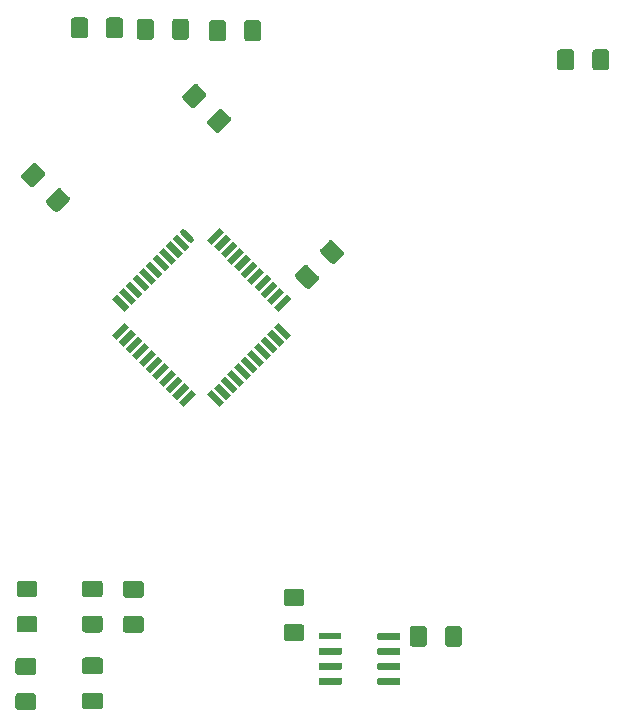
<source format=gbr>
%TF.GenerationSoftware,KiCad,Pcbnew,5.1.5-52549c5~84~ubuntu18.04.1*%
%TF.CreationDate,2020-01-27T10:34:20+01:00*%
%TF.ProjectId,sboxnet-modul,73626f78-6e65-4742-9d6d-6f64756c2e6b,rev?*%
%TF.SameCoordinates,Original*%
%TF.FileFunction,Paste,Top*%
%TF.FilePolarity,Positive*%
%FSLAX46Y46*%
G04 Gerber Fmt 4.6, Leading zero omitted, Abs format (unit mm)*
G04 Created by KiCad (PCBNEW 5.1.5-52549c5~84~ubuntu18.04.1) date 2020-01-27 10:34:20*
%MOMM*%
%LPD*%
G04 APERTURE LIST*
%ADD10C,0.100000*%
%ADD11C,0.550000*%
%ADD12R,1.950000X0.600000*%
G04 APERTURE END LIST*
D10*
G36*
X132222504Y-123408404D02*
G01*
X132246773Y-123412004D01*
X132270571Y-123417965D01*
X132293671Y-123426230D01*
X132315849Y-123436720D01*
X132336893Y-123449333D01*
X132356598Y-123463947D01*
X132374777Y-123480423D01*
X132391253Y-123498602D01*
X132405867Y-123518307D01*
X132418480Y-123539351D01*
X132428970Y-123561529D01*
X132437235Y-123584629D01*
X132443196Y-123608427D01*
X132446796Y-123632696D01*
X132448000Y-123657200D01*
X132448000Y-124907200D01*
X132446796Y-124931704D01*
X132443196Y-124955973D01*
X132437235Y-124979771D01*
X132428970Y-125002871D01*
X132418480Y-125025049D01*
X132405867Y-125046093D01*
X132391253Y-125065798D01*
X132374777Y-125083977D01*
X132356598Y-125100453D01*
X132336893Y-125115067D01*
X132315849Y-125127680D01*
X132293671Y-125138170D01*
X132270571Y-125146435D01*
X132246773Y-125152396D01*
X132222504Y-125155996D01*
X132198000Y-125157200D01*
X131273000Y-125157200D01*
X131248496Y-125155996D01*
X131224227Y-125152396D01*
X131200429Y-125146435D01*
X131177329Y-125138170D01*
X131155151Y-125127680D01*
X131134107Y-125115067D01*
X131114402Y-125100453D01*
X131096223Y-125083977D01*
X131079747Y-125065798D01*
X131065133Y-125046093D01*
X131052520Y-125025049D01*
X131042030Y-125002871D01*
X131033765Y-124979771D01*
X131027804Y-124955973D01*
X131024204Y-124931704D01*
X131023000Y-124907200D01*
X131023000Y-123657200D01*
X131024204Y-123632696D01*
X131027804Y-123608427D01*
X131033765Y-123584629D01*
X131042030Y-123561529D01*
X131052520Y-123539351D01*
X131065133Y-123518307D01*
X131079747Y-123498602D01*
X131096223Y-123480423D01*
X131114402Y-123463947D01*
X131134107Y-123449333D01*
X131155151Y-123436720D01*
X131177329Y-123426230D01*
X131200429Y-123417965D01*
X131224227Y-123412004D01*
X131248496Y-123408404D01*
X131273000Y-123407200D01*
X132198000Y-123407200D01*
X132222504Y-123408404D01*
G37*
G36*
X135197504Y-123408404D02*
G01*
X135221773Y-123412004D01*
X135245571Y-123417965D01*
X135268671Y-123426230D01*
X135290849Y-123436720D01*
X135311893Y-123449333D01*
X135331598Y-123463947D01*
X135349777Y-123480423D01*
X135366253Y-123498602D01*
X135380867Y-123518307D01*
X135393480Y-123539351D01*
X135403970Y-123561529D01*
X135412235Y-123584629D01*
X135418196Y-123608427D01*
X135421796Y-123632696D01*
X135423000Y-123657200D01*
X135423000Y-124907200D01*
X135421796Y-124931704D01*
X135418196Y-124955973D01*
X135412235Y-124979771D01*
X135403970Y-125002871D01*
X135393480Y-125025049D01*
X135380867Y-125046093D01*
X135366253Y-125065798D01*
X135349777Y-125083977D01*
X135331598Y-125100453D01*
X135311893Y-125115067D01*
X135290849Y-125127680D01*
X135268671Y-125138170D01*
X135245571Y-125146435D01*
X135221773Y-125152396D01*
X135197504Y-125155996D01*
X135173000Y-125157200D01*
X134248000Y-125157200D01*
X134223496Y-125155996D01*
X134199227Y-125152396D01*
X134175429Y-125146435D01*
X134152329Y-125138170D01*
X134130151Y-125127680D01*
X134109107Y-125115067D01*
X134089402Y-125100453D01*
X134071223Y-125083977D01*
X134054747Y-125065798D01*
X134040133Y-125046093D01*
X134027520Y-125025049D01*
X134017030Y-125002871D01*
X134008765Y-124979771D01*
X134002804Y-124955973D01*
X133999204Y-124931704D01*
X133998000Y-124907200D01*
X133998000Y-123657200D01*
X133999204Y-123632696D01*
X134002804Y-123608427D01*
X134008765Y-123584629D01*
X134017030Y-123561529D01*
X134027520Y-123539351D01*
X134040133Y-123518307D01*
X134054747Y-123498602D01*
X134071223Y-123480423D01*
X134089402Y-123463947D01*
X134109107Y-123449333D01*
X134130151Y-123436720D01*
X134152329Y-123426230D01*
X134175429Y-123417965D01*
X134199227Y-123412004D01*
X134223496Y-123408404D01*
X134248000Y-123407200D01*
X135173000Y-123407200D01*
X135197504Y-123408404D01*
G37*
G36*
X114251806Y-91122448D02*
G01*
X113862898Y-90733540D01*
X114923558Y-89672880D01*
X115312466Y-90061788D01*
X114251806Y-91122448D01*
G37*
G36*
X114817491Y-91688134D02*
G01*
X114428583Y-91299226D01*
X115489243Y-90238566D01*
X115878151Y-90627474D01*
X114817491Y-91688134D01*
G37*
G36*
X115383176Y-92253819D02*
G01*
X114994268Y-91864911D01*
X116054928Y-90804251D01*
X116443836Y-91193159D01*
X115383176Y-92253819D01*
G37*
G36*
X115948862Y-92819504D02*
G01*
X115559954Y-92430596D01*
X116620614Y-91369936D01*
X117009522Y-91758844D01*
X115948862Y-92819504D01*
G37*
G36*
X116514547Y-93385190D02*
G01*
X116125639Y-92996282D01*
X117186299Y-91935622D01*
X117575207Y-92324530D01*
X116514547Y-93385190D01*
G37*
G36*
X117080233Y-93950875D02*
G01*
X116691325Y-93561967D01*
X117751985Y-92501307D01*
X118140893Y-92890215D01*
X117080233Y-93950875D01*
G37*
G36*
X117645918Y-94516561D02*
G01*
X117257010Y-94127653D01*
X118317670Y-93066993D01*
X118706578Y-93455901D01*
X117645918Y-94516561D01*
G37*
G36*
X118211604Y-95082246D02*
G01*
X117822696Y-94693338D01*
X118883356Y-93632678D01*
X119272264Y-94021586D01*
X118211604Y-95082246D01*
G37*
G36*
X118777289Y-95647932D02*
G01*
X118388381Y-95259024D01*
X119449041Y-94198364D01*
X119837949Y-94587272D01*
X118777289Y-95647932D01*
G37*
G36*
X119342974Y-96213617D02*
G01*
X118954066Y-95824709D01*
X120014726Y-94764049D01*
X120403634Y-95152957D01*
X119342974Y-96213617D01*
G37*
G36*
X119908660Y-96779302D02*
G01*
X119519752Y-96390394D01*
X120580412Y-95329734D01*
X120969320Y-95718642D01*
X119908660Y-96779302D01*
G37*
G36*
X119519752Y-98122806D02*
G01*
X119908660Y-97733898D01*
X120969320Y-98794558D01*
X120580412Y-99183466D01*
X119519752Y-98122806D01*
G37*
G36*
X118954066Y-98688491D02*
G01*
X119342974Y-98299583D01*
X120403634Y-99360243D01*
X120014726Y-99749151D01*
X118954066Y-98688491D01*
G37*
G36*
X118388381Y-99254176D02*
G01*
X118777289Y-98865268D01*
X119837949Y-99925928D01*
X119449041Y-100314836D01*
X118388381Y-99254176D01*
G37*
G36*
X117822696Y-99819862D02*
G01*
X118211604Y-99430954D01*
X119272264Y-100491614D01*
X118883356Y-100880522D01*
X117822696Y-99819862D01*
G37*
G36*
X117257010Y-100385547D02*
G01*
X117645918Y-99996639D01*
X118706578Y-101057299D01*
X118317670Y-101446207D01*
X117257010Y-100385547D01*
G37*
G36*
X116691325Y-100951233D02*
G01*
X117080233Y-100562325D01*
X118140893Y-101622985D01*
X117751985Y-102011893D01*
X116691325Y-100951233D01*
G37*
G36*
X116125639Y-101516918D02*
G01*
X116514547Y-101128010D01*
X117575207Y-102188670D01*
X117186299Y-102577578D01*
X116125639Y-101516918D01*
G37*
G36*
X115559954Y-102082604D02*
G01*
X115948862Y-101693696D01*
X117009522Y-102754356D01*
X116620614Y-103143264D01*
X115559954Y-102082604D01*
G37*
G36*
X114994268Y-102648289D02*
G01*
X115383176Y-102259381D01*
X116443836Y-103320041D01*
X116054928Y-103708949D01*
X114994268Y-102648289D01*
G37*
G36*
X114428583Y-103213974D02*
G01*
X114817491Y-102825066D01*
X115878151Y-103885726D01*
X115489243Y-104274634D01*
X114428583Y-103213974D01*
G37*
G36*
X113862898Y-103779660D02*
G01*
X114251806Y-103390752D01*
X115312466Y-104451412D01*
X114923558Y-104840320D01*
X113862898Y-103779660D01*
G37*
G36*
X111847642Y-104840320D02*
G01*
X111458734Y-104451412D01*
X112519394Y-103390752D01*
X112908302Y-103779660D01*
X111847642Y-104840320D01*
G37*
G36*
X111281957Y-104274634D02*
G01*
X110893049Y-103885726D01*
X111953709Y-102825066D01*
X112342617Y-103213974D01*
X111281957Y-104274634D01*
G37*
G36*
X110716272Y-103708949D02*
G01*
X110327364Y-103320041D01*
X111388024Y-102259381D01*
X111776932Y-102648289D01*
X110716272Y-103708949D01*
G37*
G36*
X110150586Y-103143264D02*
G01*
X109761678Y-102754356D01*
X110822338Y-101693696D01*
X111211246Y-102082604D01*
X110150586Y-103143264D01*
G37*
G36*
X109584901Y-102577578D02*
G01*
X109195993Y-102188670D01*
X110256653Y-101128010D01*
X110645561Y-101516918D01*
X109584901Y-102577578D01*
G37*
G36*
X109019215Y-102011893D02*
G01*
X108630307Y-101622985D01*
X109690967Y-100562325D01*
X110079875Y-100951233D01*
X109019215Y-102011893D01*
G37*
G36*
X108453530Y-101446207D02*
G01*
X108064622Y-101057299D01*
X109125282Y-99996639D01*
X109514190Y-100385547D01*
X108453530Y-101446207D01*
G37*
G36*
X107887844Y-100880522D02*
G01*
X107498936Y-100491614D01*
X108559596Y-99430954D01*
X108948504Y-99819862D01*
X107887844Y-100880522D01*
G37*
G36*
X107322159Y-100314836D02*
G01*
X106933251Y-99925928D01*
X107993911Y-98865268D01*
X108382819Y-99254176D01*
X107322159Y-100314836D01*
G37*
G36*
X106756474Y-99749151D02*
G01*
X106367566Y-99360243D01*
X107428226Y-98299583D01*
X107817134Y-98688491D01*
X106756474Y-99749151D01*
G37*
G36*
X106190788Y-99183466D02*
G01*
X105801880Y-98794558D01*
X106862540Y-97733898D01*
X107251448Y-98122806D01*
X106190788Y-99183466D01*
G37*
G36*
X105801880Y-95718642D02*
G01*
X106190788Y-95329734D01*
X107251448Y-96390394D01*
X106862540Y-96779302D01*
X105801880Y-95718642D01*
G37*
G36*
X106367566Y-95152957D02*
G01*
X106756474Y-94764049D01*
X107817134Y-95824709D01*
X107428226Y-96213617D01*
X106367566Y-95152957D01*
G37*
G36*
X106933251Y-94587272D02*
G01*
X107322159Y-94198364D01*
X108382819Y-95259024D01*
X107993911Y-95647932D01*
X106933251Y-94587272D01*
G37*
G36*
X107498936Y-94021586D02*
G01*
X107887844Y-93632678D01*
X108948504Y-94693338D01*
X108559596Y-95082246D01*
X107498936Y-94021586D01*
G37*
G36*
X108064622Y-93455901D02*
G01*
X108453530Y-93066993D01*
X109514190Y-94127653D01*
X109125282Y-94516561D01*
X108064622Y-93455901D01*
G37*
G36*
X108630307Y-92890215D02*
G01*
X109019215Y-92501307D01*
X110079875Y-93561967D01*
X109690967Y-93950875D01*
X108630307Y-92890215D01*
G37*
G36*
X109195993Y-92324530D02*
G01*
X109584901Y-91935622D01*
X110645561Y-92996282D01*
X110256653Y-93385190D01*
X109195993Y-92324530D01*
G37*
G36*
X109761678Y-91758844D02*
G01*
X110150586Y-91369936D01*
X111211246Y-92430596D01*
X110822338Y-92819504D01*
X109761678Y-91758844D01*
G37*
G36*
X110327364Y-91193159D02*
G01*
X110716272Y-90804251D01*
X111776932Y-91864911D01*
X111388024Y-92253819D01*
X110327364Y-91193159D01*
G37*
G36*
X110893049Y-90627474D02*
G01*
X111281957Y-90238566D01*
X112342617Y-91299226D01*
X111953709Y-91688134D01*
X110893049Y-90627474D01*
G37*
D11*
X111847642Y-90061788D02*
X112519394Y-90733540D01*
D10*
G36*
X115011230Y-79604046D02*
G01*
X115035499Y-79607646D01*
X115059297Y-79613607D01*
X115082397Y-79621872D01*
X115104575Y-79632362D01*
X115125619Y-79644975D01*
X115145324Y-79659589D01*
X115163503Y-79676065D01*
X115817577Y-80330139D01*
X115834053Y-80348318D01*
X115848667Y-80368023D01*
X115861280Y-80389067D01*
X115871770Y-80411245D01*
X115880035Y-80434345D01*
X115885996Y-80458143D01*
X115889596Y-80482412D01*
X115890800Y-80506916D01*
X115889596Y-80531420D01*
X115885996Y-80555689D01*
X115880035Y-80579487D01*
X115871770Y-80602587D01*
X115861280Y-80624765D01*
X115848667Y-80645809D01*
X115834053Y-80665514D01*
X115817577Y-80683693D01*
X114933693Y-81567577D01*
X114915514Y-81584053D01*
X114895809Y-81598667D01*
X114874765Y-81611280D01*
X114852587Y-81621770D01*
X114829487Y-81630035D01*
X114805689Y-81635996D01*
X114781420Y-81639596D01*
X114756916Y-81640800D01*
X114732412Y-81639596D01*
X114708143Y-81635996D01*
X114684345Y-81630035D01*
X114661245Y-81621770D01*
X114639067Y-81611280D01*
X114618023Y-81598667D01*
X114598318Y-81584053D01*
X114580139Y-81567577D01*
X113926065Y-80913503D01*
X113909589Y-80895324D01*
X113894975Y-80875619D01*
X113882362Y-80854575D01*
X113871872Y-80832397D01*
X113863607Y-80809297D01*
X113857646Y-80785499D01*
X113854046Y-80761230D01*
X113852842Y-80736726D01*
X113854046Y-80712222D01*
X113857646Y-80687953D01*
X113863607Y-80664155D01*
X113871872Y-80641055D01*
X113882362Y-80618877D01*
X113894975Y-80597833D01*
X113909589Y-80578128D01*
X113926065Y-80559949D01*
X114809949Y-79676065D01*
X114828128Y-79659589D01*
X114847833Y-79644975D01*
X114868877Y-79632362D01*
X114891055Y-79621872D01*
X114914155Y-79613607D01*
X114937953Y-79607646D01*
X114962222Y-79604046D01*
X114986726Y-79602842D01*
X115011230Y-79604046D01*
G37*
G36*
X112907588Y-77500404D02*
G01*
X112931857Y-77504004D01*
X112955655Y-77509965D01*
X112978755Y-77518230D01*
X113000933Y-77528720D01*
X113021977Y-77541333D01*
X113041682Y-77555947D01*
X113059861Y-77572423D01*
X113713935Y-78226497D01*
X113730411Y-78244676D01*
X113745025Y-78264381D01*
X113757638Y-78285425D01*
X113768128Y-78307603D01*
X113776393Y-78330703D01*
X113782354Y-78354501D01*
X113785954Y-78378770D01*
X113787158Y-78403274D01*
X113785954Y-78427778D01*
X113782354Y-78452047D01*
X113776393Y-78475845D01*
X113768128Y-78498945D01*
X113757638Y-78521123D01*
X113745025Y-78542167D01*
X113730411Y-78561872D01*
X113713935Y-78580051D01*
X112830051Y-79463935D01*
X112811872Y-79480411D01*
X112792167Y-79495025D01*
X112771123Y-79507638D01*
X112748945Y-79518128D01*
X112725845Y-79526393D01*
X112702047Y-79532354D01*
X112677778Y-79535954D01*
X112653274Y-79537158D01*
X112628770Y-79535954D01*
X112604501Y-79532354D01*
X112580703Y-79526393D01*
X112557603Y-79518128D01*
X112535425Y-79507638D01*
X112514381Y-79495025D01*
X112494676Y-79480411D01*
X112476497Y-79463935D01*
X111822423Y-78809861D01*
X111805947Y-78791682D01*
X111791333Y-78771977D01*
X111778720Y-78750933D01*
X111768230Y-78728755D01*
X111759965Y-78705655D01*
X111754004Y-78681857D01*
X111750404Y-78657588D01*
X111749200Y-78633084D01*
X111750404Y-78608580D01*
X111754004Y-78584311D01*
X111759965Y-78560513D01*
X111768230Y-78537413D01*
X111778720Y-78515235D01*
X111791333Y-78494191D01*
X111805947Y-78474486D01*
X111822423Y-78456307D01*
X112706307Y-77572423D01*
X112724486Y-77555947D01*
X112744191Y-77541333D01*
X112765235Y-77528720D01*
X112787413Y-77518230D01*
X112810513Y-77509965D01*
X112834311Y-77504004D01*
X112858580Y-77500404D01*
X112883084Y-77499200D01*
X112907588Y-77500404D01*
G37*
G36*
X99257588Y-84220404D02*
G01*
X99281857Y-84224004D01*
X99305655Y-84229965D01*
X99328755Y-84238230D01*
X99350933Y-84248720D01*
X99371977Y-84261333D01*
X99391682Y-84275947D01*
X99409861Y-84292423D01*
X100063935Y-84946497D01*
X100080411Y-84964676D01*
X100095025Y-84984381D01*
X100107638Y-85005425D01*
X100118128Y-85027603D01*
X100126393Y-85050703D01*
X100132354Y-85074501D01*
X100135954Y-85098770D01*
X100137158Y-85123274D01*
X100135954Y-85147778D01*
X100132354Y-85172047D01*
X100126393Y-85195845D01*
X100118128Y-85218945D01*
X100107638Y-85241123D01*
X100095025Y-85262167D01*
X100080411Y-85281872D01*
X100063935Y-85300051D01*
X99180051Y-86183935D01*
X99161872Y-86200411D01*
X99142167Y-86215025D01*
X99121123Y-86227638D01*
X99098945Y-86238128D01*
X99075845Y-86246393D01*
X99052047Y-86252354D01*
X99027778Y-86255954D01*
X99003274Y-86257158D01*
X98978770Y-86255954D01*
X98954501Y-86252354D01*
X98930703Y-86246393D01*
X98907603Y-86238128D01*
X98885425Y-86227638D01*
X98864381Y-86215025D01*
X98844676Y-86200411D01*
X98826497Y-86183935D01*
X98172423Y-85529861D01*
X98155947Y-85511682D01*
X98141333Y-85491977D01*
X98128720Y-85470933D01*
X98118230Y-85448755D01*
X98109965Y-85425655D01*
X98104004Y-85401857D01*
X98100404Y-85377588D01*
X98099200Y-85353084D01*
X98100404Y-85328580D01*
X98104004Y-85304311D01*
X98109965Y-85280513D01*
X98118230Y-85257413D01*
X98128720Y-85235235D01*
X98141333Y-85214191D01*
X98155947Y-85194486D01*
X98172423Y-85176307D01*
X99056307Y-84292423D01*
X99074486Y-84275947D01*
X99094191Y-84261333D01*
X99115235Y-84248720D01*
X99137413Y-84238230D01*
X99160513Y-84229965D01*
X99184311Y-84224004D01*
X99208580Y-84220404D01*
X99233084Y-84219200D01*
X99257588Y-84220404D01*
G37*
G36*
X101361230Y-86324046D02*
G01*
X101385499Y-86327646D01*
X101409297Y-86333607D01*
X101432397Y-86341872D01*
X101454575Y-86352362D01*
X101475619Y-86364975D01*
X101495324Y-86379589D01*
X101513503Y-86396065D01*
X102167577Y-87050139D01*
X102184053Y-87068318D01*
X102198667Y-87088023D01*
X102211280Y-87109067D01*
X102221770Y-87131245D01*
X102230035Y-87154345D01*
X102235996Y-87178143D01*
X102239596Y-87202412D01*
X102240800Y-87226916D01*
X102239596Y-87251420D01*
X102235996Y-87275689D01*
X102230035Y-87299487D01*
X102221770Y-87322587D01*
X102211280Y-87344765D01*
X102198667Y-87365809D01*
X102184053Y-87385514D01*
X102167577Y-87403693D01*
X101283693Y-88287577D01*
X101265514Y-88304053D01*
X101245809Y-88318667D01*
X101224765Y-88331280D01*
X101202587Y-88341770D01*
X101179487Y-88350035D01*
X101155689Y-88355996D01*
X101131420Y-88359596D01*
X101106916Y-88360800D01*
X101082412Y-88359596D01*
X101058143Y-88355996D01*
X101034345Y-88350035D01*
X101011245Y-88341770D01*
X100989067Y-88331280D01*
X100968023Y-88318667D01*
X100948318Y-88304053D01*
X100930139Y-88287577D01*
X100276065Y-87633503D01*
X100259589Y-87615324D01*
X100244975Y-87595619D01*
X100232362Y-87574575D01*
X100221872Y-87552397D01*
X100213607Y-87529297D01*
X100207646Y-87505499D01*
X100204046Y-87481230D01*
X100202842Y-87456726D01*
X100204046Y-87432222D01*
X100207646Y-87407953D01*
X100213607Y-87384155D01*
X100221872Y-87361055D01*
X100232362Y-87338877D01*
X100244975Y-87317833D01*
X100259589Y-87298128D01*
X100276065Y-87279949D01*
X101159949Y-86396065D01*
X101178128Y-86379589D01*
X101197833Y-86364975D01*
X101218877Y-86352362D01*
X101241055Y-86341872D01*
X101264155Y-86333607D01*
X101287953Y-86327646D01*
X101312222Y-86324046D01*
X101336726Y-86322842D01*
X101361230Y-86324046D01*
G37*
G36*
X103533204Y-71884504D02*
G01*
X103557473Y-71888104D01*
X103581271Y-71894065D01*
X103604371Y-71902330D01*
X103626549Y-71912820D01*
X103647593Y-71925433D01*
X103667298Y-71940047D01*
X103685477Y-71956523D01*
X103701953Y-71974702D01*
X103716567Y-71994407D01*
X103729180Y-72015451D01*
X103739670Y-72037629D01*
X103747935Y-72060729D01*
X103753896Y-72084527D01*
X103757496Y-72108796D01*
X103758700Y-72133300D01*
X103758700Y-73383300D01*
X103757496Y-73407804D01*
X103753896Y-73432073D01*
X103747935Y-73455871D01*
X103739670Y-73478971D01*
X103729180Y-73501149D01*
X103716567Y-73522193D01*
X103701953Y-73541898D01*
X103685477Y-73560077D01*
X103667298Y-73576553D01*
X103647593Y-73591167D01*
X103626549Y-73603780D01*
X103604371Y-73614270D01*
X103581271Y-73622535D01*
X103557473Y-73628496D01*
X103533204Y-73632096D01*
X103508700Y-73633300D01*
X102583700Y-73633300D01*
X102559196Y-73632096D01*
X102534927Y-73628496D01*
X102511129Y-73622535D01*
X102488029Y-73614270D01*
X102465851Y-73603780D01*
X102444807Y-73591167D01*
X102425102Y-73576553D01*
X102406923Y-73560077D01*
X102390447Y-73541898D01*
X102375833Y-73522193D01*
X102363220Y-73501149D01*
X102352730Y-73478971D01*
X102344465Y-73455871D01*
X102338504Y-73432073D01*
X102334904Y-73407804D01*
X102333700Y-73383300D01*
X102333700Y-72133300D01*
X102334904Y-72108796D01*
X102338504Y-72084527D01*
X102344465Y-72060729D01*
X102352730Y-72037629D01*
X102363220Y-72015451D01*
X102375833Y-71994407D01*
X102390447Y-71974702D01*
X102406923Y-71956523D01*
X102425102Y-71940047D01*
X102444807Y-71925433D01*
X102465851Y-71912820D01*
X102488029Y-71902330D01*
X102511129Y-71894065D01*
X102534927Y-71888104D01*
X102559196Y-71884504D01*
X102583700Y-71883300D01*
X103508700Y-71883300D01*
X103533204Y-71884504D01*
G37*
G36*
X106508204Y-71884504D02*
G01*
X106532473Y-71888104D01*
X106556271Y-71894065D01*
X106579371Y-71902330D01*
X106601549Y-71912820D01*
X106622593Y-71925433D01*
X106642298Y-71940047D01*
X106660477Y-71956523D01*
X106676953Y-71974702D01*
X106691567Y-71994407D01*
X106704180Y-72015451D01*
X106714670Y-72037629D01*
X106722935Y-72060729D01*
X106728896Y-72084527D01*
X106732496Y-72108796D01*
X106733700Y-72133300D01*
X106733700Y-73383300D01*
X106732496Y-73407804D01*
X106728896Y-73432073D01*
X106722935Y-73455871D01*
X106714670Y-73478971D01*
X106704180Y-73501149D01*
X106691567Y-73522193D01*
X106676953Y-73541898D01*
X106660477Y-73560077D01*
X106642298Y-73576553D01*
X106622593Y-73591167D01*
X106601549Y-73603780D01*
X106579371Y-73614270D01*
X106556271Y-73622535D01*
X106532473Y-73628496D01*
X106508204Y-73632096D01*
X106483700Y-73633300D01*
X105558700Y-73633300D01*
X105534196Y-73632096D01*
X105509927Y-73628496D01*
X105486129Y-73622535D01*
X105463029Y-73614270D01*
X105440851Y-73603780D01*
X105419807Y-73591167D01*
X105400102Y-73576553D01*
X105381923Y-73560077D01*
X105365447Y-73541898D01*
X105350833Y-73522193D01*
X105338220Y-73501149D01*
X105327730Y-73478971D01*
X105319465Y-73455871D01*
X105313504Y-73432073D01*
X105309904Y-73407804D01*
X105308700Y-73383300D01*
X105308700Y-72133300D01*
X105309904Y-72108796D01*
X105313504Y-72084527D01*
X105319465Y-72060729D01*
X105327730Y-72037629D01*
X105338220Y-72015451D01*
X105350833Y-71994407D01*
X105365447Y-71974702D01*
X105381923Y-71956523D01*
X105400102Y-71940047D01*
X105419807Y-71925433D01*
X105440851Y-71912820D01*
X105463029Y-71902330D01*
X105486129Y-71894065D01*
X105509927Y-71888104D01*
X105534196Y-71884504D01*
X105558700Y-71883300D01*
X106483700Y-71883300D01*
X106508204Y-71884504D01*
G37*
G36*
X130086103Y-123982922D02*
G01*
X130100664Y-123985082D01*
X130114943Y-123988659D01*
X130128803Y-123993618D01*
X130142110Y-123999912D01*
X130154736Y-124007480D01*
X130166559Y-124016248D01*
X130177466Y-124026134D01*
X130187352Y-124037041D01*
X130196120Y-124048864D01*
X130203688Y-124061490D01*
X130209982Y-124074797D01*
X130214941Y-124088657D01*
X130218518Y-124102936D01*
X130220678Y-124117497D01*
X130221400Y-124132200D01*
X130221400Y-124432200D01*
X130220678Y-124446903D01*
X130218518Y-124461464D01*
X130214941Y-124475743D01*
X130209982Y-124489603D01*
X130203688Y-124502910D01*
X130196120Y-124515536D01*
X130187352Y-124527359D01*
X130177466Y-124538266D01*
X130166559Y-124548152D01*
X130154736Y-124556920D01*
X130142110Y-124564488D01*
X130128803Y-124570782D01*
X130114943Y-124575741D01*
X130100664Y-124579318D01*
X130086103Y-124581478D01*
X130071400Y-124582200D01*
X128421400Y-124582200D01*
X128406697Y-124581478D01*
X128392136Y-124579318D01*
X128377857Y-124575741D01*
X128363997Y-124570782D01*
X128350690Y-124564488D01*
X128338064Y-124556920D01*
X128326241Y-124548152D01*
X128315334Y-124538266D01*
X128305448Y-124527359D01*
X128296680Y-124515536D01*
X128289112Y-124502910D01*
X128282818Y-124489603D01*
X128277859Y-124475743D01*
X128274282Y-124461464D01*
X128272122Y-124446903D01*
X128271400Y-124432200D01*
X128271400Y-124132200D01*
X128272122Y-124117497D01*
X128274282Y-124102936D01*
X128277859Y-124088657D01*
X128282818Y-124074797D01*
X128289112Y-124061490D01*
X128296680Y-124048864D01*
X128305448Y-124037041D01*
X128315334Y-124026134D01*
X128326241Y-124016248D01*
X128338064Y-124007480D01*
X128350690Y-123999912D01*
X128363997Y-123993618D01*
X128377857Y-123988659D01*
X128392136Y-123985082D01*
X128406697Y-123982922D01*
X128421400Y-123982200D01*
X130071400Y-123982200D01*
X130086103Y-123982922D01*
G37*
G36*
X130086103Y-125252922D02*
G01*
X130100664Y-125255082D01*
X130114943Y-125258659D01*
X130128803Y-125263618D01*
X130142110Y-125269912D01*
X130154736Y-125277480D01*
X130166559Y-125286248D01*
X130177466Y-125296134D01*
X130187352Y-125307041D01*
X130196120Y-125318864D01*
X130203688Y-125331490D01*
X130209982Y-125344797D01*
X130214941Y-125358657D01*
X130218518Y-125372936D01*
X130220678Y-125387497D01*
X130221400Y-125402200D01*
X130221400Y-125702200D01*
X130220678Y-125716903D01*
X130218518Y-125731464D01*
X130214941Y-125745743D01*
X130209982Y-125759603D01*
X130203688Y-125772910D01*
X130196120Y-125785536D01*
X130187352Y-125797359D01*
X130177466Y-125808266D01*
X130166559Y-125818152D01*
X130154736Y-125826920D01*
X130142110Y-125834488D01*
X130128803Y-125840782D01*
X130114943Y-125845741D01*
X130100664Y-125849318D01*
X130086103Y-125851478D01*
X130071400Y-125852200D01*
X128421400Y-125852200D01*
X128406697Y-125851478D01*
X128392136Y-125849318D01*
X128377857Y-125845741D01*
X128363997Y-125840782D01*
X128350690Y-125834488D01*
X128338064Y-125826920D01*
X128326241Y-125818152D01*
X128315334Y-125808266D01*
X128305448Y-125797359D01*
X128296680Y-125785536D01*
X128289112Y-125772910D01*
X128282818Y-125759603D01*
X128277859Y-125745743D01*
X128274282Y-125731464D01*
X128272122Y-125716903D01*
X128271400Y-125702200D01*
X128271400Y-125402200D01*
X128272122Y-125387497D01*
X128274282Y-125372936D01*
X128277859Y-125358657D01*
X128282818Y-125344797D01*
X128289112Y-125331490D01*
X128296680Y-125318864D01*
X128305448Y-125307041D01*
X128315334Y-125296134D01*
X128326241Y-125286248D01*
X128338064Y-125277480D01*
X128350690Y-125269912D01*
X128363997Y-125263618D01*
X128377857Y-125258659D01*
X128392136Y-125255082D01*
X128406697Y-125252922D01*
X128421400Y-125252200D01*
X130071400Y-125252200D01*
X130086103Y-125252922D01*
G37*
G36*
X130086103Y-126522922D02*
G01*
X130100664Y-126525082D01*
X130114943Y-126528659D01*
X130128803Y-126533618D01*
X130142110Y-126539912D01*
X130154736Y-126547480D01*
X130166559Y-126556248D01*
X130177466Y-126566134D01*
X130187352Y-126577041D01*
X130196120Y-126588864D01*
X130203688Y-126601490D01*
X130209982Y-126614797D01*
X130214941Y-126628657D01*
X130218518Y-126642936D01*
X130220678Y-126657497D01*
X130221400Y-126672200D01*
X130221400Y-126972200D01*
X130220678Y-126986903D01*
X130218518Y-127001464D01*
X130214941Y-127015743D01*
X130209982Y-127029603D01*
X130203688Y-127042910D01*
X130196120Y-127055536D01*
X130187352Y-127067359D01*
X130177466Y-127078266D01*
X130166559Y-127088152D01*
X130154736Y-127096920D01*
X130142110Y-127104488D01*
X130128803Y-127110782D01*
X130114943Y-127115741D01*
X130100664Y-127119318D01*
X130086103Y-127121478D01*
X130071400Y-127122200D01*
X128421400Y-127122200D01*
X128406697Y-127121478D01*
X128392136Y-127119318D01*
X128377857Y-127115741D01*
X128363997Y-127110782D01*
X128350690Y-127104488D01*
X128338064Y-127096920D01*
X128326241Y-127088152D01*
X128315334Y-127078266D01*
X128305448Y-127067359D01*
X128296680Y-127055536D01*
X128289112Y-127042910D01*
X128282818Y-127029603D01*
X128277859Y-127015743D01*
X128274282Y-127001464D01*
X128272122Y-126986903D01*
X128271400Y-126972200D01*
X128271400Y-126672200D01*
X128272122Y-126657497D01*
X128274282Y-126642936D01*
X128277859Y-126628657D01*
X128282818Y-126614797D01*
X128289112Y-126601490D01*
X128296680Y-126588864D01*
X128305448Y-126577041D01*
X128315334Y-126566134D01*
X128326241Y-126556248D01*
X128338064Y-126547480D01*
X128350690Y-126539912D01*
X128363997Y-126533618D01*
X128377857Y-126528659D01*
X128392136Y-126525082D01*
X128406697Y-126522922D01*
X128421400Y-126522200D01*
X130071400Y-126522200D01*
X130086103Y-126522922D01*
G37*
G36*
X130086103Y-127792922D02*
G01*
X130100664Y-127795082D01*
X130114943Y-127798659D01*
X130128803Y-127803618D01*
X130142110Y-127809912D01*
X130154736Y-127817480D01*
X130166559Y-127826248D01*
X130177466Y-127836134D01*
X130187352Y-127847041D01*
X130196120Y-127858864D01*
X130203688Y-127871490D01*
X130209982Y-127884797D01*
X130214941Y-127898657D01*
X130218518Y-127912936D01*
X130220678Y-127927497D01*
X130221400Y-127942200D01*
X130221400Y-128242200D01*
X130220678Y-128256903D01*
X130218518Y-128271464D01*
X130214941Y-128285743D01*
X130209982Y-128299603D01*
X130203688Y-128312910D01*
X130196120Y-128325536D01*
X130187352Y-128337359D01*
X130177466Y-128348266D01*
X130166559Y-128358152D01*
X130154736Y-128366920D01*
X130142110Y-128374488D01*
X130128803Y-128380782D01*
X130114943Y-128385741D01*
X130100664Y-128389318D01*
X130086103Y-128391478D01*
X130071400Y-128392200D01*
X128421400Y-128392200D01*
X128406697Y-128391478D01*
X128392136Y-128389318D01*
X128377857Y-128385741D01*
X128363997Y-128380782D01*
X128350690Y-128374488D01*
X128338064Y-128366920D01*
X128326241Y-128358152D01*
X128315334Y-128348266D01*
X128305448Y-128337359D01*
X128296680Y-128325536D01*
X128289112Y-128312910D01*
X128282818Y-128299603D01*
X128277859Y-128285743D01*
X128274282Y-128271464D01*
X128272122Y-128256903D01*
X128271400Y-128242200D01*
X128271400Y-127942200D01*
X128272122Y-127927497D01*
X128274282Y-127912936D01*
X128277859Y-127898657D01*
X128282818Y-127884797D01*
X128289112Y-127871490D01*
X128296680Y-127858864D01*
X128305448Y-127847041D01*
X128315334Y-127836134D01*
X128326241Y-127826248D01*
X128338064Y-127817480D01*
X128350690Y-127809912D01*
X128363997Y-127803618D01*
X128377857Y-127798659D01*
X128392136Y-127795082D01*
X128406697Y-127792922D01*
X128421400Y-127792200D01*
X130071400Y-127792200D01*
X130086103Y-127792922D01*
G37*
G36*
X125136103Y-127792922D02*
G01*
X125150664Y-127795082D01*
X125164943Y-127798659D01*
X125178803Y-127803618D01*
X125192110Y-127809912D01*
X125204736Y-127817480D01*
X125216559Y-127826248D01*
X125227466Y-127836134D01*
X125237352Y-127847041D01*
X125246120Y-127858864D01*
X125253688Y-127871490D01*
X125259982Y-127884797D01*
X125264941Y-127898657D01*
X125268518Y-127912936D01*
X125270678Y-127927497D01*
X125271400Y-127942200D01*
X125271400Y-128242200D01*
X125270678Y-128256903D01*
X125268518Y-128271464D01*
X125264941Y-128285743D01*
X125259982Y-128299603D01*
X125253688Y-128312910D01*
X125246120Y-128325536D01*
X125237352Y-128337359D01*
X125227466Y-128348266D01*
X125216559Y-128358152D01*
X125204736Y-128366920D01*
X125192110Y-128374488D01*
X125178803Y-128380782D01*
X125164943Y-128385741D01*
X125150664Y-128389318D01*
X125136103Y-128391478D01*
X125121400Y-128392200D01*
X123471400Y-128392200D01*
X123456697Y-128391478D01*
X123442136Y-128389318D01*
X123427857Y-128385741D01*
X123413997Y-128380782D01*
X123400690Y-128374488D01*
X123388064Y-128366920D01*
X123376241Y-128358152D01*
X123365334Y-128348266D01*
X123355448Y-128337359D01*
X123346680Y-128325536D01*
X123339112Y-128312910D01*
X123332818Y-128299603D01*
X123327859Y-128285743D01*
X123324282Y-128271464D01*
X123322122Y-128256903D01*
X123321400Y-128242200D01*
X123321400Y-127942200D01*
X123322122Y-127927497D01*
X123324282Y-127912936D01*
X123327859Y-127898657D01*
X123332818Y-127884797D01*
X123339112Y-127871490D01*
X123346680Y-127858864D01*
X123355448Y-127847041D01*
X123365334Y-127836134D01*
X123376241Y-127826248D01*
X123388064Y-127817480D01*
X123400690Y-127809912D01*
X123413997Y-127803618D01*
X123427857Y-127798659D01*
X123442136Y-127795082D01*
X123456697Y-127792922D01*
X123471400Y-127792200D01*
X125121400Y-127792200D01*
X125136103Y-127792922D01*
G37*
G36*
X125136103Y-126522922D02*
G01*
X125150664Y-126525082D01*
X125164943Y-126528659D01*
X125178803Y-126533618D01*
X125192110Y-126539912D01*
X125204736Y-126547480D01*
X125216559Y-126556248D01*
X125227466Y-126566134D01*
X125237352Y-126577041D01*
X125246120Y-126588864D01*
X125253688Y-126601490D01*
X125259982Y-126614797D01*
X125264941Y-126628657D01*
X125268518Y-126642936D01*
X125270678Y-126657497D01*
X125271400Y-126672200D01*
X125271400Y-126972200D01*
X125270678Y-126986903D01*
X125268518Y-127001464D01*
X125264941Y-127015743D01*
X125259982Y-127029603D01*
X125253688Y-127042910D01*
X125246120Y-127055536D01*
X125237352Y-127067359D01*
X125227466Y-127078266D01*
X125216559Y-127088152D01*
X125204736Y-127096920D01*
X125192110Y-127104488D01*
X125178803Y-127110782D01*
X125164943Y-127115741D01*
X125150664Y-127119318D01*
X125136103Y-127121478D01*
X125121400Y-127122200D01*
X123471400Y-127122200D01*
X123456697Y-127121478D01*
X123442136Y-127119318D01*
X123427857Y-127115741D01*
X123413997Y-127110782D01*
X123400690Y-127104488D01*
X123388064Y-127096920D01*
X123376241Y-127088152D01*
X123365334Y-127078266D01*
X123355448Y-127067359D01*
X123346680Y-127055536D01*
X123339112Y-127042910D01*
X123332818Y-127029603D01*
X123327859Y-127015743D01*
X123324282Y-127001464D01*
X123322122Y-126986903D01*
X123321400Y-126972200D01*
X123321400Y-126672200D01*
X123322122Y-126657497D01*
X123324282Y-126642936D01*
X123327859Y-126628657D01*
X123332818Y-126614797D01*
X123339112Y-126601490D01*
X123346680Y-126588864D01*
X123355448Y-126577041D01*
X123365334Y-126566134D01*
X123376241Y-126556248D01*
X123388064Y-126547480D01*
X123400690Y-126539912D01*
X123413997Y-126533618D01*
X123427857Y-126528659D01*
X123442136Y-126525082D01*
X123456697Y-126522922D01*
X123471400Y-126522200D01*
X125121400Y-126522200D01*
X125136103Y-126522922D01*
G37*
G36*
X125136103Y-125252922D02*
G01*
X125150664Y-125255082D01*
X125164943Y-125258659D01*
X125178803Y-125263618D01*
X125192110Y-125269912D01*
X125204736Y-125277480D01*
X125216559Y-125286248D01*
X125227466Y-125296134D01*
X125237352Y-125307041D01*
X125246120Y-125318864D01*
X125253688Y-125331490D01*
X125259982Y-125344797D01*
X125264941Y-125358657D01*
X125268518Y-125372936D01*
X125270678Y-125387497D01*
X125271400Y-125402200D01*
X125271400Y-125702200D01*
X125270678Y-125716903D01*
X125268518Y-125731464D01*
X125264941Y-125745743D01*
X125259982Y-125759603D01*
X125253688Y-125772910D01*
X125246120Y-125785536D01*
X125237352Y-125797359D01*
X125227466Y-125808266D01*
X125216559Y-125818152D01*
X125204736Y-125826920D01*
X125192110Y-125834488D01*
X125178803Y-125840782D01*
X125164943Y-125845741D01*
X125150664Y-125849318D01*
X125136103Y-125851478D01*
X125121400Y-125852200D01*
X123471400Y-125852200D01*
X123456697Y-125851478D01*
X123442136Y-125849318D01*
X123427857Y-125845741D01*
X123413997Y-125840782D01*
X123400690Y-125834488D01*
X123388064Y-125826920D01*
X123376241Y-125818152D01*
X123365334Y-125808266D01*
X123355448Y-125797359D01*
X123346680Y-125785536D01*
X123339112Y-125772910D01*
X123332818Y-125759603D01*
X123327859Y-125745743D01*
X123324282Y-125731464D01*
X123322122Y-125716903D01*
X123321400Y-125702200D01*
X123321400Y-125402200D01*
X123322122Y-125387497D01*
X123324282Y-125372936D01*
X123327859Y-125358657D01*
X123332818Y-125344797D01*
X123339112Y-125331490D01*
X123346680Y-125318864D01*
X123355448Y-125307041D01*
X123365334Y-125296134D01*
X123376241Y-125286248D01*
X123388064Y-125277480D01*
X123400690Y-125269912D01*
X123413997Y-125263618D01*
X123427857Y-125258659D01*
X123442136Y-125255082D01*
X123456697Y-125252922D01*
X123471400Y-125252200D01*
X125121400Y-125252200D01*
X125136103Y-125252922D01*
G37*
D12*
X124296400Y-124282200D03*
D10*
G36*
X122237778Y-92824046D02*
G01*
X122262047Y-92827646D01*
X122285845Y-92833607D01*
X122308945Y-92841872D01*
X122331123Y-92852362D01*
X122352167Y-92864975D01*
X122371872Y-92879589D01*
X122390051Y-92896065D01*
X123273935Y-93779949D01*
X123290411Y-93798128D01*
X123305025Y-93817833D01*
X123317638Y-93838877D01*
X123328128Y-93861055D01*
X123336393Y-93884155D01*
X123342354Y-93907953D01*
X123345954Y-93932222D01*
X123347158Y-93956726D01*
X123345954Y-93981230D01*
X123342354Y-94005499D01*
X123336393Y-94029297D01*
X123328128Y-94052397D01*
X123317638Y-94074575D01*
X123305025Y-94095619D01*
X123290411Y-94115324D01*
X123273935Y-94133503D01*
X122619861Y-94787577D01*
X122601682Y-94804053D01*
X122581977Y-94818667D01*
X122560933Y-94831280D01*
X122538755Y-94841770D01*
X122515655Y-94850035D01*
X122491857Y-94855996D01*
X122467588Y-94859596D01*
X122443084Y-94860800D01*
X122418580Y-94859596D01*
X122394311Y-94855996D01*
X122370513Y-94850035D01*
X122347413Y-94841770D01*
X122325235Y-94831280D01*
X122304191Y-94818667D01*
X122284486Y-94804053D01*
X122266307Y-94787577D01*
X121382423Y-93903693D01*
X121365947Y-93885514D01*
X121351333Y-93865809D01*
X121338720Y-93844765D01*
X121328230Y-93822587D01*
X121319965Y-93799487D01*
X121314004Y-93775689D01*
X121310404Y-93751420D01*
X121309200Y-93726916D01*
X121310404Y-93702412D01*
X121314004Y-93678143D01*
X121319965Y-93654345D01*
X121328230Y-93631245D01*
X121338720Y-93609067D01*
X121351333Y-93588023D01*
X121365947Y-93568318D01*
X121382423Y-93550139D01*
X122036497Y-92896065D01*
X122054676Y-92879589D01*
X122074381Y-92864975D01*
X122095425Y-92852362D01*
X122117603Y-92841872D01*
X122140703Y-92833607D01*
X122164501Y-92827646D01*
X122188770Y-92824046D01*
X122213274Y-92822842D01*
X122237778Y-92824046D01*
G37*
G36*
X124341420Y-90720404D02*
G01*
X124365689Y-90724004D01*
X124389487Y-90729965D01*
X124412587Y-90738230D01*
X124434765Y-90748720D01*
X124455809Y-90761333D01*
X124475514Y-90775947D01*
X124493693Y-90792423D01*
X125377577Y-91676307D01*
X125394053Y-91694486D01*
X125408667Y-91714191D01*
X125421280Y-91735235D01*
X125431770Y-91757413D01*
X125440035Y-91780513D01*
X125445996Y-91804311D01*
X125449596Y-91828580D01*
X125450800Y-91853084D01*
X125449596Y-91877588D01*
X125445996Y-91901857D01*
X125440035Y-91925655D01*
X125431770Y-91948755D01*
X125421280Y-91970933D01*
X125408667Y-91991977D01*
X125394053Y-92011682D01*
X125377577Y-92029861D01*
X124723503Y-92683935D01*
X124705324Y-92700411D01*
X124685619Y-92715025D01*
X124664575Y-92727638D01*
X124642397Y-92738128D01*
X124619297Y-92746393D01*
X124595499Y-92752354D01*
X124571230Y-92755954D01*
X124546726Y-92757158D01*
X124522222Y-92755954D01*
X124497953Y-92752354D01*
X124474155Y-92746393D01*
X124451055Y-92738128D01*
X124428877Y-92727638D01*
X124407833Y-92715025D01*
X124388128Y-92700411D01*
X124369949Y-92683935D01*
X123486065Y-91800051D01*
X123469589Y-91781872D01*
X123454975Y-91762167D01*
X123442362Y-91741123D01*
X123431872Y-91718945D01*
X123423607Y-91695845D01*
X123417646Y-91672047D01*
X123414046Y-91647778D01*
X123412842Y-91623274D01*
X123414046Y-91598770D01*
X123417646Y-91574501D01*
X123423607Y-91550703D01*
X123431872Y-91527603D01*
X123442362Y-91505425D01*
X123454975Y-91484381D01*
X123469589Y-91464676D01*
X123486065Y-91446497D01*
X124140139Y-90792423D01*
X124158318Y-90775947D01*
X124178023Y-90761333D01*
X124199067Y-90748720D01*
X124221245Y-90738230D01*
X124244345Y-90729965D01*
X124268143Y-90724004D01*
X124292412Y-90720404D01*
X124316916Y-90719200D01*
X124341420Y-90720404D01*
G37*
G36*
X108256604Y-119583104D02*
G01*
X108280873Y-119586704D01*
X108304671Y-119592665D01*
X108327771Y-119600930D01*
X108349949Y-119611420D01*
X108370993Y-119624033D01*
X108390698Y-119638647D01*
X108408877Y-119655123D01*
X108425353Y-119673302D01*
X108439967Y-119693007D01*
X108452580Y-119714051D01*
X108463070Y-119736229D01*
X108471335Y-119759329D01*
X108477296Y-119783127D01*
X108480896Y-119807396D01*
X108482100Y-119831900D01*
X108482100Y-120756900D01*
X108480896Y-120781404D01*
X108477296Y-120805673D01*
X108471335Y-120829471D01*
X108463070Y-120852571D01*
X108452580Y-120874749D01*
X108439967Y-120895793D01*
X108425353Y-120915498D01*
X108408877Y-120933677D01*
X108390698Y-120950153D01*
X108370993Y-120964767D01*
X108349949Y-120977380D01*
X108327771Y-120987870D01*
X108304671Y-120996135D01*
X108280873Y-121002096D01*
X108256604Y-121005696D01*
X108232100Y-121006900D01*
X106982100Y-121006900D01*
X106957596Y-121005696D01*
X106933327Y-121002096D01*
X106909529Y-120996135D01*
X106886429Y-120987870D01*
X106864251Y-120977380D01*
X106843207Y-120964767D01*
X106823502Y-120950153D01*
X106805323Y-120933677D01*
X106788847Y-120915498D01*
X106774233Y-120895793D01*
X106761620Y-120874749D01*
X106751130Y-120852571D01*
X106742865Y-120829471D01*
X106736904Y-120805673D01*
X106733304Y-120781404D01*
X106732100Y-120756900D01*
X106732100Y-119831900D01*
X106733304Y-119807396D01*
X106736904Y-119783127D01*
X106742865Y-119759329D01*
X106751130Y-119736229D01*
X106761620Y-119714051D01*
X106774233Y-119693007D01*
X106788847Y-119673302D01*
X106805323Y-119655123D01*
X106823502Y-119638647D01*
X106843207Y-119624033D01*
X106864251Y-119611420D01*
X106886429Y-119600930D01*
X106909529Y-119592665D01*
X106933327Y-119586704D01*
X106957596Y-119583104D01*
X106982100Y-119581900D01*
X108232100Y-119581900D01*
X108256604Y-119583104D01*
G37*
G36*
X108256604Y-122558104D02*
G01*
X108280873Y-122561704D01*
X108304671Y-122567665D01*
X108327771Y-122575930D01*
X108349949Y-122586420D01*
X108370993Y-122599033D01*
X108390698Y-122613647D01*
X108408877Y-122630123D01*
X108425353Y-122648302D01*
X108439967Y-122668007D01*
X108452580Y-122689051D01*
X108463070Y-122711229D01*
X108471335Y-122734329D01*
X108477296Y-122758127D01*
X108480896Y-122782396D01*
X108482100Y-122806900D01*
X108482100Y-123731900D01*
X108480896Y-123756404D01*
X108477296Y-123780673D01*
X108471335Y-123804471D01*
X108463070Y-123827571D01*
X108452580Y-123849749D01*
X108439967Y-123870793D01*
X108425353Y-123890498D01*
X108408877Y-123908677D01*
X108390698Y-123925153D01*
X108370993Y-123939767D01*
X108349949Y-123952380D01*
X108327771Y-123962870D01*
X108304671Y-123971135D01*
X108280873Y-123977096D01*
X108256604Y-123980696D01*
X108232100Y-123981900D01*
X106982100Y-123981900D01*
X106957596Y-123980696D01*
X106933327Y-123977096D01*
X106909529Y-123971135D01*
X106886429Y-123962870D01*
X106864251Y-123952380D01*
X106843207Y-123939767D01*
X106823502Y-123925153D01*
X106805323Y-123908677D01*
X106788847Y-123890498D01*
X106774233Y-123870793D01*
X106761620Y-123849749D01*
X106751130Y-123827571D01*
X106742865Y-123804471D01*
X106736904Y-123780673D01*
X106733304Y-123756404D01*
X106732100Y-123731900D01*
X106732100Y-122806900D01*
X106733304Y-122782396D01*
X106736904Y-122758127D01*
X106742865Y-122734329D01*
X106751130Y-122711229D01*
X106761620Y-122689051D01*
X106774233Y-122668007D01*
X106788847Y-122648302D01*
X106805323Y-122630123D01*
X106823502Y-122613647D01*
X106843207Y-122599033D01*
X106864251Y-122586420D01*
X106886429Y-122575930D01*
X106909529Y-122567665D01*
X106933327Y-122561704D01*
X106957596Y-122558104D01*
X106982100Y-122556900D01*
X108232100Y-122556900D01*
X108256604Y-122558104D01*
G37*
G36*
X99252304Y-122529504D02*
G01*
X99276573Y-122533104D01*
X99300371Y-122539065D01*
X99323471Y-122547330D01*
X99345649Y-122557820D01*
X99366693Y-122570433D01*
X99386398Y-122585047D01*
X99404577Y-122601523D01*
X99421053Y-122619702D01*
X99435667Y-122639407D01*
X99448280Y-122660451D01*
X99458770Y-122682629D01*
X99467035Y-122705729D01*
X99472996Y-122729527D01*
X99476596Y-122753796D01*
X99477800Y-122778300D01*
X99477800Y-123703300D01*
X99476596Y-123727804D01*
X99472996Y-123752073D01*
X99467035Y-123775871D01*
X99458770Y-123798971D01*
X99448280Y-123821149D01*
X99435667Y-123842193D01*
X99421053Y-123861898D01*
X99404577Y-123880077D01*
X99386398Y-123896553D01*
X99366693Y-123911167D01*
X99345649Y-123923780D01*
X99323471Y-123934270D01*
X99300371Y-123942535D01*
X99276573Y-123948496D01*
X99252304Y-123952096D01*
X99227800Y-123953300D01*
X97977800Y-123953300D01*
X97953296Y-123952096D01*
X97929027Y-123948496D01*
X97905229Y-123942535D01*
X97882129Y-123934270D01*
X97859951Y-123923780D01*
X97838907Y-123911167D01*
X97819202Y-123896553D01*
X97801023Y-123880077D01*
X97784547Y-123861898D01*
X97769933Y-123842193D01*
X97757320Y-123821149D01*
X97746830Y-123798971D01*
X97738565Y-123775871D01*
X97732604Y-123752073D01*
X97729004Y-123727804D01*
X97727800Y-123703300D01*
X97727800Y-122778300D01*
X97729004Y-122753796D01*
X97732604Y-122729527D01*
X97738565Y-122705729D01*
X97746830Y-122682629D01*
X97757320Y-122660451D01*
X97769933Y-122639407D01*
X97784547Y-122619702D01*
X97801023Y-122601523D01*
X97819202Y-122585047D01*
X97838907Y-122570433D01*
X97859951Y-122557820D01*
X97882129Y-122547330D01*
X97905229Y-122539065D01*
X97929027Y-122533104D01*
X97953296Y-122529504D01*
X97977800Y-122528300D01*
X99227800Y-122528300D01*
X99252304Y-122529504D01*
G37*
G36*
X99252304Y-119554504D02*
G01*
X99276573Y-119558104D01*
X99300371Y-119564065D01*
X99323471Y-119572330D01*
X99345649Y-119582820D01*
X99366693Y-119595433D01*
X99386398Y-119610047D01*
X99404577Y-119626523D01*
X99421053Y-119644702D01*
X99435667Y-119664407D01*
X99448280Y-119685451D01*
X99458770Y-119707629D01*
X99467035Y-119730729D01*
X99472996Y-119754527D01*
X99476596Y-119778796D01*
X99477800Y-119803300D01*
X99477800Y-120728300D01*
X99476596Y-120752804D01*
X99472996Y-120777073D01*
X99467035Y-120800871D01*
X99458770Y-120823971D01*
X99448280Y-120846149D01*
X99435667Y-120867193D01*
X99421053Y-120886898D01*
X99404577Y-120905077D01*
X99386398Y-120921553D01*
X99366693Y-120936167D01*
X99345649Y-120948780D01*
X99323471Y-120959270D01*
X99300371Y-120967535D01*
X99276573Y-120973496D01*
X99252304Y-120977096D01*
X99227800Y-120978300D01*
X97977800Y-120978300D01*
X97953296Y-120977096D01*
X97929027Y-120973496D01*
X97905229Y-120967535D01*
X97882129Y-120959270D01*
X97859951Y-120948780D01*
X97838907Y-120936167D01*
X97819202Y-120921553D01*
X97801023Y-120905077D01*
X97784547Y-120886898D01*
X97769933Y-120867193D01*
X97757320Y-120846149D01*
X97746830Y-120823971D01*
X97738565Y-120800871D01*
X97732604Y-120777073D01*
X97729004Y-120752804D01*
X97727800Y-120728300D01*
X97727800Y-119803300D01*
X97729004Y-119778796D01*
X97732604Y-119754527D01*
X97738565Y-119730729D01*
X97746830Y-119707629D01*
X97757320Y-119685451D01*
X97769933Y-119664407D01*
X97784547Y-119644702D01*
X97801023Y-119626523D01*
X97819202Y-119610047D01*
X97838907Y-119595433D01*
X97859951Y-119582820D01*
X97882129Y-119572330D01*
X97905229Y-119564065D01*
X97929027Y-119558104D01*
X97953296Y-119554504D01*
X97977800Y-119553300D01*
X99227800Y-119553300D01*
X99252304Y-119554504D01*
G37*
G36*
X104776804Y-122531104D02*
G01*
X104801073Y-122534704D01*
X104824871Y-122540665D01*
X104847971Y-122548930D01*
X104870149Y-122559420D01*
X104891193Y-122572033D01*
X104910898Y-122586647D01*
X104929077Y-122603123D01*
X104945553Y-122621302D01*
X104960167Y-122641007D01*
X104972780Y-122662051D01*
X104983270Y-122684229D01*
X104991535Y-122707329D01*
X104997496Y-122731127D01*
X105001096Y-122755396D01*
X105002300Y-122779900D01*
X105002300Y-123704900D01*
X105001096Y-123729404D01*
X104997496Y-123753673D01*
X104991535Y-123777471D01*
X104983270Y-123800571D01*
X104972780Y-123822749D01*
X104960167Y-123843793D01*
X104945553Y-123863498D01*
X104929077Y-123881677D01*
X104910898Y-123898153D01*
X104891193Y-123912767D01*
X104870149Y-123925380D01*
X104847971Y-123935870D01*
X104824871Y-123944135D01*
X104801073Y-123950096D01*
X104776804Y-123953696D01*
X104752300Y-123954900D01*
X103502300Y-123954900D01*
X103477796Y-123953696D01*
X103453527Y-123950096D01*
X103429729Y-123944135D01*
X103406629Y-123935870D01*
X103384451Y-123925380D01*
X103363407Y-123912767D01*
X103343702Y-123898153D01*
X103325523Y-123881677D01*
X103309047Y-123863498D01*
X103294433Y-123843793D01*
X103281820Y-123822749D01*
X103271330Y-123800571D01*
X103263065Y-123777471D01*
X103257104Y-123753673D01*
X103253504Y-123729404D01*
X103252300Y-123704900D01*
X103252300Y-122779900D01*
X103253504Y-122755396D01*
X103257104Y-122731127D01*
X103263065Y-122707329D01*
X103271330Y-122684229D01*
X103281820Y-122662051D01*
X103294433Y-122641007D01*
X103309047Y-122621302D01*
X103325523Y-122603123D01*
X103343702Y-122586647D01*
X103363407Y-122572033D01*
X103384451Y-122559420D01*
X103406629Y-122548930D01*
X103429729Y-122540665D01*
X103453527Y-122534704D01*
X103477796Y-122531104D01*
X103502300Y-122529900D01*
X104752300Y-122529900D01*
X104776804Y-122531104D01*
G37*
G36*
X104776804Y-119556104D02*
G01*
X104801073Y-119559704D01*
X104824871Y-119565665D01*
X104847971Y-119573930D01*
X104870149Y-119584420D01*
X104891193Y-119597033D01*
X104910898Y-119611647D01*
X104929077Y-119628123D01*
X104945553Y-119646302D01*
X104960167Y-119666007D01*
X104972780Y-119687051D01*
X104983270Y-119709229D01*
X104991535Y-119732329D01*
X104997496Y-119756127D01*
X105001096Y-119780396D01*
X105002300Y-119804900D01*
X105002300Y-120729900D01*
X105001096Y-120754404D01*
X104997496Y-120778673D01*
X104991535Y-120802471D01*
X104983270Y-120825571D01*
X104972780Y-120847749D01*
X104960167Y-120868793D01*
X104945553Y-120888498D01*
X104929077Y-120906677D01*
X104910898Y-120923153D01*
X104891193Y-120937767D01*
X104870149Y-120950380D01*
X104847971Y-120960870D01*
X104824871Y-120969135D01*
X104801073Y-120975096D01*
X104776804Y-120978696D01*
X104752300Y-120979900D01*
X103502300Y-120979900D01*
X103477796Y-120978696D01*
X103453527Y-120975096D01*
X103429729Y-120969135D01*
X103406629Y-120960870D01*
X103384451Y-120950380D01*
X103363407Y-120937767D01*
X103343702Y-120923153D01*
X103325523Y-120906677D01*
X103309047Y-120888498D01*
X103294433Y-120868793D01*
X103281820Y-120847749D01*
X103271330Y-120825571D01*
X103263065Y-120802471D01*
X103257104Y-120778673D01*
X103253504Y-120754404D01*
X103252300Y-120729900D01*
X103252300Y-119804900D01*
X103253504Y-119780396D01*
X103257104Y-119756127D01*
X103263065Y-119732329D01*
X103271330Y-119709229D01*
X103281820Y-119687051D01*
X103294433Y-119666007D01*
X103309047Y-119646302D01*
X103325523Y-119628123D01*
X103343702Y-119611647D01*
X103363407Y-119597033D01*
X103384451Y-119584420D01*
X103406629Y-119573930D01*
X103429729Y-119565665D01*
X103453527Y-119559704D01*
X103477796Y-119556104D01*
X103502300Y-119554900D01*
X104752300Y-119554900D01*
X104776804Y-119556104D01*
G37*
G36*
X118192204Y-72125804D02*
G01*
X118216473Y-72129404D01*
X118240271Y-72135365D01*
X118263371Y-72143630D01*
X118285549Y-72154120D01*
X118306593Y-72166733D01*
X118326298Y-72181347D01*
X118344477Y-72197823D01*
X118360953Y-72216002D01*
X118375567Y-72235707D01*
X118388180Y-72256751D01*
X118398670Y-72278929D01*
X118406935Y-72302029D01*
X118412896Y-72325827D01*
X118416496Y-72350096D01*
X118417700Y-72374600D01*
X118417700Y-73624600D01*
X118416496Y-73649104D01*
X118412896Y-73673373D01*
X118406935Y-73697171D01*
X118398670Y-73720271D01*
X118388180Y-73742449D01*
X118375567Y-73763493D01*
X118360953Y-73783198D01*
X118344477Y-73801377D01*
X118326298Y-73817853D01*
X118306593Y-73832467D01*
X118285549Y-73845080D01*
X118263371Y-73855570D01*
X118240271Y-73863835D01*
X118216473Y-73869796D01*
X118192204Y-73873396D01*
X118167700Y-73874600D01*
X117242700Y-73874600D01*
X117218196Y-73873396D01*
X117193927Y-73869796D01*
X117170129Y-73863835D01*
X117147029Y-73855570D01*
X117124851Y-73845080D01*
X117103807Y-73832467D01*
X117084102Y-73817853D01*
X117065923Y-73801377D01*
X117049447Y-73783198D01*
X117034833Y-73763493D01*
X117022220Y-73742449D01*
X117011730Y-73720271D01*
X117003465Y-73697171D01*
X116997504Y-73673373D01*
X116993904Y-73649104D01*
X116992700Y-73624600D01*
X116992700Y-72374600D01*
X116993904Y-72350096D01*
X116997504Y-72325827D01*
X117003465Y-72302029D01*
X117011730Y-72278929D01*
X117022220Y-72256751D01*
X117034833Y-72235707D01*
X117049447Y-72216002D01*
X117065923Y-72197823D01*
X117084102Y-72181347D01*
X117103807Y-72166733D01*
X117124851Y-72154120D01*
X117147029Y-72143630D01*
X117170129Y-72135365D01*
X117193927Y-72129404D01*
X117218196Y-72125804D01*
X117242700Y-72124600D01*
X118167700Y-72124600D01*
X118192204Y-72125804D01*
G37*
G36*
X115217204Y-72125804D02*
G01*
X115241473Y-72129404D01*
X115265271Y-72135365D01*
X115288371Y-72143630D01*
X115310549Y-72154120D01*
X115331593Y-72166733D01*
X115351298Y-72181347D01*
X115369477Y-72197823D01*
X115385953Y-72216002D01*
X115400567Y-72235707D01*
X115413180Y-72256751D01*
X115423670Y-72278929D01*
X115431935Y-72302029D01*
X115437896Y-72325827D01*
X115441496Y-72350096D01*
X115442700Y-72374600D01*
X115442700Y-73624600D01*
X115441496Y-73649104D01*
X115437896Y-73673373D01*
X115431935Y-73697171D01*
X115423670Y-73720271D01*
X115413180Y-73742449D01*
X115400567Y-73763493D01*
X115385953Y-73783198D01*
X115369477Y-73801377D01*
X115351298Y-73817853D01*
X115331593Y-73832467D01*
X115310549Y-73845080D01*
X115288371Y-73855570D01*
X115265271Y-73863835D01*
X115241473Y-73869796D01*
X115217204Y-73873396D01*
X115192700Y-73874600D01*
X114267700Y-73874600D01*
X114243196Y-73873396D01*
X114218927Y-73869796D01*
X114195129Y-73863835D01*
X114172029Y-73855570D01*
X114149851Y-73845080D01*
X114128807Y-73832467D01*
X114109102Y-73817853D01*
X114090923Y-73801377D01*
X114074447Y-73783198D01*
X114059833Y-73763493D01*
X114047220Y-73742449D01*
X114036730Y-73720271D01*
X114028465Y-73697171D01*
X114022504Y-73673373D01*
X114018904Y-73649104D01*
X114017700Y-73624600D01*
X114017700Y-72374600D01*
X114018904Y-72350096D01*
X114022504Y-72325827D01*
X114028465Y-72302029D01*
X114036730Y-72278929D01*
X114047220Y-72256751D01*
X114059833Y-72235707D01*
X114074447Y-72216002D01*
X114090923Y-72197823D01*
X114109102Y-72181347D01*
X114128807Y-72166733D01*
X114149851Y-72154120D01*
X114172029Y-72143630D01*
X114195129Y-72135365D01*
X114218927Y-72129404D01*
X114243196Y-72125804D01*
X114267700Y-72124600D01*
X115192700Y-72124600D01*
X115217204Y-72125804D01*
G37*
G36*
X144693904Y-74589604D02*
G01*
X144718173Y-74593204D01*
X144741971Y-74599165D01*
X144765071Y-74607430D01*
X144787249Y-74617920D01*
X144808293Y-74630533D01*
X144827998Y-74645147D01*
X144846177Y-74661623D01*
X144862653Y-74679802D01*
X144877267Y-74699507D01*
X144889880Y-74720551D01*
X144900370Y-74742729D01*
X144908635Y-74765829D01*
X144914596Y-74789627D01*
X144918196Y-74813896D01*
X144919400Y-74838400D01*
X144919400Y-76088400D01*
X144918196Y-76112904D01*
X144914596Y-76137173D01*
X144908635Y-76160971D01*
X144900370Y-76184071D01*
X144889880Y-76206249D01*
X144877267Y-76227293D01*
X144862653Y-76246998D01*
X144846177Y-76265177D01*
X144827998Y-76281653D01*
X144808293Y-76296267D01*
X144787249Y-76308880D01*
X144765071Y-76319370D01*
X144741971Y-76327635D01*
X144718173Y-76333596D01*
X144693904Y-76337196D01*
X144669400Y-76338400D01*
X143744400Y-76338400D01*
X143719896Y-76337196D01*
X143695627Y-76333596D01*
X143671829Y-76327635D01*
X143648729Y-76319370D01*
X143626551Y-76308880D01*
X143605507Y-76296267D01*
X143585802Y-76281653D01*
X143567623Y-76265177D01*
X143551147Y-76246998D01*
X143536533Y-76227293D01*
X143523920Y-76206249D01*
X143513430Y-76184071D01*
X143505165Y-76160971D01*
X143499204Y-76137173D01*
X143495604Y-76112904D01*
X143494400Y-76088400D01*
X143494400Y-74838400D01*
X143495604Y-74813896D01*
X143499204Y-74789627D01*
X143505165Y-74765829D01*
X143513430Y-74742729D01*
X143523920Y-74720551D01*
X143536533Y-74699507D01*
X143551147Y-74679802D01*
X143567623Y-74661623D01*
X143585802Y-74645147D01*
X143605507Y-74630533D01*
X143626551Y-74617920D01*
X143648729Y-74607430D01*
X143671829Y-74599165D01*
X143695627Y-74593204D01*
X143719896Y-74589604D01*
X143744400Y-74588400D01*
X144669400Y-74588400D01*
X144693904Y-74589604D01*
G37*
G36*
X147668904Y-74589604D02*
G01*
X147693173Y-74593204D01*
X147716971Y-74599165D01*
X147740071Y-74607430D01*
X147762249Y-74617920D01*
X147783293Y-74630533D01*
X147802998Y-74645147D01*
X147821177Y-74661623D01*
X147837653Y-74679802D01*
X147852267Y-74699507D01*
X147864880Y-74720551D01*
X147875370Y-74742729D01*
X147883635Y-74765829D01*
X147889596Y-74789627D01*
X147893196Y-74813896D01*
X147894400Y-74838400D01*
X147894400Y-76088400D01*
X147893196Y-76112904D01*
X147889596Y-76137173D01*
X147883635Y-76160971D01*
X147875370Y-76184071D01*
X147864880Y-76206249D01*
X147852267Y-76227293D01*
X147837653Y-76246998D01*
X147821177Y-76265177D01*
X147802998Y-76281653D01*
X147783293Y-76296267D01*
X147762249Y-76308880D01*
X147740071Y-76319370D01*
X147716971Y-76327635D01*
X147693173Y-76333596D01*
X147668904Y-76337196D01*
X147644400Y-76338400D01*
X146719400Y-76338400D01*
X146694896Y-76337196D01*
X146670627Y-76333596D01*
X146646829Y-76327635D01*
X146623729Y-76319370D01*
X146601551Y-76308880D01*
X146580507Y-76296267D01*
X146560802Y-76281653D01*
X146542623Y-76265177D01*
X146526147Y-76246998D01*
X146511533Y-76227293D01*
X146498920Y-76206249D01*
X146488430Y-76184071D01*
X146480165Y-76160971D01*
X146474204Y-76137173D01*
X146470604Y-76112904D01*
X146469400Y-76088400D01*
X146469400Y-74838400D01*
X146470604Y-74813896D01*
X146474204Y-74789627D01*
X146480165Y-74765829D01*
X146488430Y-74742729D01*
X146498920Y-74720551D01*
X146511533Y-74699507D01*
X146526147Y-74679802D01*
X146542623Y-74661623D01*
X146560802Y-74645147D01*
X146580507Y-74630533D01*
X146601551Y-74617920D01*
X146623729Y-74607430D01*
X146646829Y-74599165D01*
X146670627Y-74593204D01*
X146694896Y-74589604D01*
X146719400Y-74588400D01*
X147644400Y-74588400D01*
X147668904Y-74589604D01*
G37*
G36*
X99150704Y-129097004D02*
G01*
X99174973Y-129100604D01*
X99198771Y-129106565D01*
X99221871Y-129114830D01*
X99244049Y-129125320D01*
X99265093Y-129137933D01*
X99284798Y-129152547D01*
X99302977Y-129169023D01*
X99319453Y-129187202D01*
X99334067Y-129206907D01*
X99346680Y-129227951D01*
X99357170Y-129250129D01*
X99365435Y-129273229D01*
X99371396Y-129297027D01*
X99374996Y-129321296D01*
X99376200Y-129345800D01*
X99376200Y-130270800D01*
X99374996Y-130295304D01*
X99371396Y-130319573D01*
X99365435Y-130343371D01*
X99357170Y-130366471D01*
X99346680Y-130388649D01*
X99334067Y-130409693D01*
X99319453Y-130429398D01*
X99302977Y-130447577D01*
X99284798Y-130464053D01*
X99265093Y-130478667D01*
X99244049Y-130491280D01*
X99221871Y-130501770D01*
X99198771Y-130510035D01*
X99174973Y-130515996D01*
X99150704Y-130519596D01*
X99126200Y-130520800D01*
X97876200Y-130520800D01*
X97851696Y-130519596D01*
X97827427Y-130515996D01*
X97803629Y-130510035D01*
X97780529Y-130501770D01*
X97758351Y-130491280D01*
X97737307Y-130478667D01*
X97717602Y-130464053D01*
X97699423Y-130447577D01*
X97682947Y-130429398D01*
X97668333Y-130409693D01*
X97655720Y-130388649D01*
X97645230Y-130366471D01*
X97636965Y-130343371D01*
X97631004Y-130319573D01*
X97627404Y-130295304D01*
X97626200Y-130270800D01*
X97626200Y-129345800D01*
X97627404Y-129321296D01*
X97631004Y-129297027D01*
X97636965Y-129273229D01*
X97645230Y-129250129D01*
X97655720Y-129227951D01*
X97668333Y-129206907D01*
X97682947Y-129187202D01*
X97699423Y-129169023D01*
X97717602Y-129152547D01*
X97737307Y-129137933D01*
X97758351Y-129125320D01*
X97780529Y-129114830D01*
X97803629Y-129106565D01*
X97827427Y-129100604D01*
X97851696Y-129097004D01*
X97876200Y-129095800D01*
X99126200Y-129095800D01*
X99150704Y-129097004D01*
G37*
G36*
X99150704Y-126122004D02*
G01*
X99174973Y-126125604D01*
X99198771Y-126131565D01*
X99221871Y-126139830D01*
X99244049Y-126150320D01*
X99265093Y-126162933D01*
X99284798Y-126177547D01*
X99302977Y-126194023D01*
X99319453Y-126212202D01*
X99334067Y-126231907D01*
X99346680Y-126252951D01*
X99357170Y-126275129D01*
X99365435Y-126298229D01*
X99371396Y-126322027D01*
X99374996Y-126346296D01*
X99376200Y-126370800D01*
X99376200Y-127295800D01*
X99374996Y-127320304D01*
X99371396Y-127344573D01*
X99365435Y-127368371D01*
X99357170Y-127391471D01*
X99346680Y-127413649D01*
X99334067Y-127434693D01*
X99319453Y-127454398D01*
X99302977Y-127472577D01*
X99284798Y-127489053D01*
X99265093Y-127503667D01*
X99244049Y-127516280D01*
X99221871Y-127526770D01*
X99198771Y-127535035D01*
X99174973Y-127540996D01*
X99150704Y-127544596D01*
X99126200Y-127545800D01*
X97876200Y-127545800D01*
X97851696Y-127544596D01*
X97827427Y-127540996D01*
X97803629Y-127535035D01*
X97780529Y-127526770D01*
X97758351Y-127516280D01*
X97737307Y-127503667D01*
X97717602Y-127489053D01*
X97699423Y-127472577D01*
X97682947Y-127454398D01*
X97668333Y-127434693D01*
X97655720Y-127413649D01*
X97645230Y-127391471D01*
X97636965Y-127368371D01*
X97631004Y-127344573D01*
X97627404Y-127320304D01*
X97626200Y-127295800D01*
X97626200Y-126370800D01*
X97627404Y-126346296D01*
X97631004Y-126322027D01*
X97636965Y-126298229D01*
X97645230Y-126275129D01*
X97655720Y-126252951D01*
X97668333Y-126231907D01*
X97682947Y-126212202D01*
X97699423Y-126194023D01*
X97717602Y-126177547D01*
X97737307Y-126162933D01*
X97758351Y-126150320D01*
X97780529Y-126139830D01*
X97803629Y-126131565D01*
X97827427Y-126125604D01*
X97851696Y-126122004D01*
X97876200Y-126120800D01*
X99126200Y-126120800D01*
X99150704Y-126122004D01*
G37*
G36*
X104789504Y-129046204D02*
G01*
X104813773Y-129049804D01*
X104837571Y-129055765D01*
X104860671Y-129064030D01*
X104882849Y-129074520D01*
X104903893Y-129087133D01*
X104923598Y-129101747D01*
X104941777Y-129118223D01*
X104958253Y-129136402D01*
X104972867Y-129156107D01*
X104985480Y-129177151D01*
X104995970Y-129199329D01*
X105004235Y-129222429D01*
X105010196Y-129246227D01*
X105013796Y-129270496D01*
X105015000Y-129295000D01*
X105015000Y-130220000D01*
X105013796Y-130244504D01*
X105010196Y-130268773D01*
X105004235Y-130292571D01*
X104995970Y-130315671D01*
X104985480Y-130337849D01*
X104972867Y-130358893D01*
X104958253Y-130378598D01*
X104941777Y-130396777D01*
X104923598Y-130413253D01*
X104903893Y-130427867D01*
X104882849Y-130440480D01*
X104860671Y-130450970D01*
X104837571Y-130459235D01*
X104813773Y-130465196D01*
X104789504Y-130468796D01*
X104765000Y-130470000D01*
X103515000Y-130470000D01*
X103490496Y-130468796D01*
X103466227Y-130465196D01*
X103442429Y-130459235D01*
X103419329Y-130450970D01*
X103397151Y-130440480D01*
X103376107Y-130427867D01*
X103356402Y-130413253D01*
X103338223Y-130396777D01*
X103321747Y-130378598D01*
X103307133Y-130358893D01*
X103294520Y-130337849D01*
X103284030Y-130315671D01*
X103275765Y-130292571D01*
X103269804Y-130268773D01*
X103266204Y-130244504D01*
X103265000Y-130220000D01*
X103265000Y-129295000D01*
X103266204Y-129270496D01*
X103269804Y-129246227D01*
X103275765Y-129222429D01*
X103284030Y-129199329D01*
X103294520Y-129177151D01*
X103307133Y-129156107D01*
X103321747Y-129136402D01*
X103338223Y-129118223D01*
X103356402Y-129101747D01*
X103376107Y-129087133D01*
X103397151Y-129074520D01*
X103419329Y-129064030D01*
X103442429Y-129055765D01*
X103466227Y-129049804D01*
X103490496Y-129046204D01*
X103515000Y-129045000D01*
X104765000Y-129045000D01*
X104789504Y-129046204D01*
G37*
G36*
X104789504Y-126071204D02*
G01*
X104813773Y-126074804D01*
X104837571Y-126080765D01*
X104860671Y-126089030D01*
X104882849Y-126099520D01*
X104903893Y-126112133D01*
X104923598Y-126126747D01*
X104941777Y-126143223D01*
X104958253Y-126161402D01*
X104972867Y-126181107D01*
X104985480Y-126202151D01*
X104995970Y-126224329D01*
X105004235Y-126247429D01*
X105010196Y-126271227D01*
X105013796Y-126295496D01*
X105015000Y-126320000D01*
X105015000Y-127245000D01*
X105013796Y-127269504D01*
X105010196Y-127293773D01*
X105004235Y-127317571D01*
X104995970Y-127340671D01*
X104985480Y-127362849D01*
X104972867Y-127383893D01*
X104958253Y-127403598D01*
X104941777Y-127421777D01*
X104923598Y-127438253D01*
X104903893Y-127452867D01*
X104882849Y-127465480D01*
X104860671Y-127475970D01*
X104837571Y-127484235D01*
X104813773Y-127490196D01*
X104789504Y-127493796D01*
X104765000Y-127495000D01*
X103515000Y-127495000D01*
X103490496Y-127493796D01*
X103466227Y-127490196D01*
X103442429Y-127484235D01*
X103419329Y-127475970D01*
X103397151Y-127465480D01*
X103376107Y-127452867D01*
X103356402Y-127438253D01*
X103338223Y-127421777D01*
X103321747Y-127403598D01*
X103307133Y-127383893D01*
X103294520Y-127362849D01*
X103284030Y-127340671D01*
X103275765Y-127317571D01*
X103269804Y-127293773D01*
X103266204Y-127269504D01*
X103265000Y-127245000D01*
X103265000Y-126320000D01*
X103266204Y-126295496D01*
X103269804Y-126271227D01*
X103275765Y-126247429D01*
X103284030Y-126224329D01*
X103294520Y-126202151D01*
X103307133Y-126181107D01*
X103321747Y-126161402D01*
X103338223Y-126143223D01*
X103356402Y-126126747D01*
X103376107Y-126112133D01*
X103397151Y-126099520D01*
X103419329Y-126089030D01*
X103442429Y-126080765D01*
X103466227Y-126074804D01*
X103490496Y-126071204D01*
X103515000Y-126070000D01*
X104765000Y-126070000D01*
X104789504Y-126071204D01*
G37*
G36*
X121845604Y-123253404D02*
G01*
X121869873Y-123257004D01*
X121893671Y-123262965D01*
X121916771Y-123271230D01*
X121938949Y-123281720D01*
X121959993Y-123294333D01*
X121979698Y-123308947D01*
X121997877Y-123325423D01*
X122014353Y-123343602D01*
X122028967Y-123363307D01*
X122041580Y-123384351D01*
X122052070Y-123406529D01*
X122060335Y-123429629D01*
X122066296Y-123453427D01*
X122069896Y-123477696D01*
X122071100Y-123502200D01*
X122071100Y-124427200D01*
X122069896Y-124451704D01*
X122066296Y-124475973D01*
X122060335Y-124499771D01*
X122052070Y-124522871D01*
X122041580Y-124545049D01*
X122028967Y-124566093D01*
X122014353Y-124585798D01*
X121997877Y-124603977D01*
X121979698Y-124620453D01*
X121959993Y-124635067D01*
X121938949Y-124647680D01*
X121916771Y-124658170D01*
X121893671Y-124666435D01*
X121869873Y-124672396D01*
X121845604Y-124675996D01*
X121821100Y-124677200D01*
X120571100Y-124677200D01*
X120546596Y-124675996D01*
X120522327Y-124672396D01*
X120498529Y-124666435D01*
X120475429Y-124658170D01*
X120453251Y-124647680D01*
X120432207Y-124635067D01*
X120412502Y-124620453D01*
X120394323Y-124603977D01*
X120377847Y-124585798D01*
X120363233Y-124566093D01*
X120350620Y-124545049D01*
X120340130Y-124522871D01*
X120331865Y-124499771D01*
X120325904Y-124475973D01*
X120322304Y-124451704D01*
X120321100Y-124427200D01*
X120321100Y-123502200D01*
X120322304Y-123477696D01*
X120325904Y-123453427D01*
X120331865Y-123429629D01*
X120340130Y-123406529D01*
X120350620Y-123384351D01*
X120363233Y-123363307D01*
X120377847Y-123343602D01*
X120394323Y-123325423D01*
X120412502Y-123308947D01*
X120432207Y-123294333D01*
X120453251Y-123281720D01*
X120475429Y-123271230D01*
X120498529Y-123262965D01*
X120522327Y-123257004D01*
X120546596Y-123253404D01*
X120571100Y-123252200D01*
X121821100Y-123252200D01*
X121845604Y-123253404D01*
G37*
G36*
X121845604Y-120278404D02*
G01*
X121869873Y-120282004D01*
X121893671Y-120287965D01*
X121916771Y-120296230D01*
X121938949Y-120306720D01*
X121959993Y-120319333D01*
X121979698Y-120333947D01*
X121997877Y-120350423D01*
X122014353Y-120368602D01*
X122028967Y-120388307D01*
X122041580Y-120409351D01*
X122052070Y-120431529D01*
X122060335Y-120454629D01*
X122066296Y-120478427D01*
X122069896Y-120502696D01*
X122071100Y-120527200D01*
X122071100Y-121452200D01*
X122069896Y-121476704D01*
X122066296Y-121500973D01*
X122060335Y-121524771D01*
X122052070Y-121547871D01*
X122041580Y-121570049D01*
X122028967Y-121591093D01*
X122014353Y-121610798D01*
X121997877Y-121628977D01*
X121979698Y-121645453D01*
X121959993Y-121660067D01*
X121938949Y-121672680D01*
X121916771Y-121683170D01*
X121893671Y-121691435D01*
X121869873Y-121697396D01*
X121845604Y-121700996D01*
X121821100Y-121702200D01*
X120571100Y-121702200D01*
X120546596Y-121700996D01*
X120522327Y-121697396D01*
X120498529Y-121691435D01*
X120475429Y-121683170D01*
X120453251Y-121672680D01*
X120432207Y-121660067D01*
X120412502Y-121645453D01*
X120394323Y-121628977D01*
X120377847Y-121610798D01*
X120363233Y-121591093D01*
X120350620Y-121570049D01*
X120340130Y-121547871D01*
X120331865Y-121524771D01*
X120325904Y-121500973D01*
X120322304Y-121476704D01*
X120321100Y-121452200D01*
X120321100Y-120527200D01*
X120322304Y-120502696D01*
X120325904Y-120478427D01*
X120331865Y-120454629D01*
X120340130Y-120431529D01*
X120350620Y-120409351D01*
X120363233Y-120388307D01*
X120377847Y-120368602D01*
X120394323Y-120350423D01*
X120412502Y-120333947D01*
X120432207Y-120319333D01*
X120453251Y-120306720D01*
X120475429Y-120296230D01*
X120498529Y-120287965D01*
X120522327Y-120282004D01*
X120546596Y-120278404D01*
X120571100Y-120277200D01*
X121821100Y-120277200D01*
X121845604Y-120278404D01*
G37*
G36*
X109110104Y-72011504D02*
G01*
X109134373Y-72015104D01*
X109158171Y-72021065D01*
X109181271Y-72029330D01*
X109203449Y-72039820D01*
X109224493Y-72052433D01*
X109244198Y-72067047D01*
X109262377Y-72083523D01*
X109278853Y-72101702D01*
X109293467Y-72121407D01*
X109306080Y-72142451D01*
X109316570Y-72164629D01*
X109324835Y-72187729D01*
X109330796Y-72211527D01*
X109334396Y-72235796D01*
X109335600Y-72260300D01*
X109335600Y-73510300D01*
X109334396Y-73534804D01*
X109330796Y-73559073D01*
X109324835Y-73582871D01*
X109316570Y-73605971D01*
X109306080Y-73628149D01*
X109293467Y-73649193D01*
X109278853Y-73668898D01*
X109262377Y-73687077D01*
X109244198Y-73703553D01*
X109224493Y-73718167D01*
X109203449Y-73730780D01*
X109181271Y-73741270D01*
X109158171Y-73749535D01*
X109134373Y-73755496D01*
X109110104Y-73759096D01*
X109085600Y-73760300D01*
X108160600Y-73760300D01*
X108136096Y-73759096D01*
X108111827Y-73755496D01*
X108088029Y-73749535D01*
X108064929Y-73741270D01*
X108042751Y-73730780D01*
X108021707Y-73718167D01*
X108002002Y-73703553D01*
X107983823Y-73687077D01*
X107967347Y-73668898D01*
X107952733Y-73649193D01*
X107940120Y-73628149D01*
X107929630Y-73605971D01*
X107921365Y-73582871D01*
X107915404Y-73559073D01*
X107911804Y-73534804D01*
X107910600Y-73510300D01*
X107910600Y-72260300D01*
X107911804Y-72235796D01*
X107915404Y-72211527D01*
X107921365Y-72187729D01*
X107929630Y-72164629D01*
X107940120Y-72142451D01*
X107952733Y-72121407D01*
X107967347Y-72101702D01*
X107983823Y-72083523D01*
X108002002Y-72067047D01*
X108021707Y-72052433D01*
X108042751Y-72039820D01*
X108064929Y-72029330D01*
X108088029Y-72021065D01*
X108111827Y-72015104D01*
X108136096Y-72011504D01*
X108160600Y-72010300D01*
X109085600Y-72010300D01*
X109110104Y-72011504D01*
G37*
G36*
X112085104Y-72011504D02*
G01*
X112109373Y-72015104D01*
X112133171Y-72021065D01*
X112156271Y-72029330D01*
X112178449Y-72039820D01*
X112199493Y-72052433D01*
X112219198Y-72067047D01*
X112237377Y-72083523D01*
X112253853Y-72101702D01*
X112268467Y-72121407D01*
X112281080Y-72142451D01*
X112291570Y-72164629D01*
X112299835Y-72187729D01*
X112305796Y-72211527D01*
X112309396Y-72235796D01*
X112310600Y-72260300D01*
X112310600Y-73510300D01*
X112309396Y-73534804D01*
X112305796Y-73559073D01*
X112299835Y-73582871D01*
X112291570Y-73605971D01*
X112281080Y-73628149D01*
X112268467Y-73649193D01*
X112253853Y-73668898D01*
X112237377Y-73687077D01*
X112219198Y-73703553D01*
X112199493Y-73718167D01*
X112178449Y-73730780D01*
X112156271Y-73741270D01*
X112133171Y-73749535D01*
X112109373Y-73755496D01*
X112085104Y-73759096D01*
X112060600Y-73760300D01*
X111135600Y-73760300D01*
X111111096Y-73759096D01*
X111086827Y-73755496D01*
X111063029Y-73749535D01*
X111039929Y-73741270D01*
X111017751Y-73730780D01*
X110996707Y-73718167D01*
X110977002Y-73703553D01*
X110958823Y-73687077D01*
X110942347Y-73668898D01*
X110927733Y-73649193D01*
X110915120Y-73628149D01*
X110904630Y-73605971D01*
X110896365Y-73582871D01*
X110890404Y-73559073D01*
X110886804Y-73534804D01*
X110885600Y-73510300D01*
X110885600Y-72260300D01*
X110886804Y-72235796D01*
X110890404Y-72211527D01*
X110896365Y-72187729D01*
X110904630Y-72164629D01*
X110915120Y-72142451D01*
X110927733Y-72121407D01*
X110942347Y-72101702D01*
X110958823Y-72083523D01*
X110977002Y-72067047D01*
X110996707Y-72052433D01*
X111017751Y-72039820D01*
X111039929Y-72029330D01*
X111063029Y-72021065D01*
X111086827Y-72015104D01*
X111111096Y-72011504D01*
X111135600Y-72010300D01*
X112060600Y-72010300D01*
X112085104Y-72011504D01*
G37*
M02*

</source>
